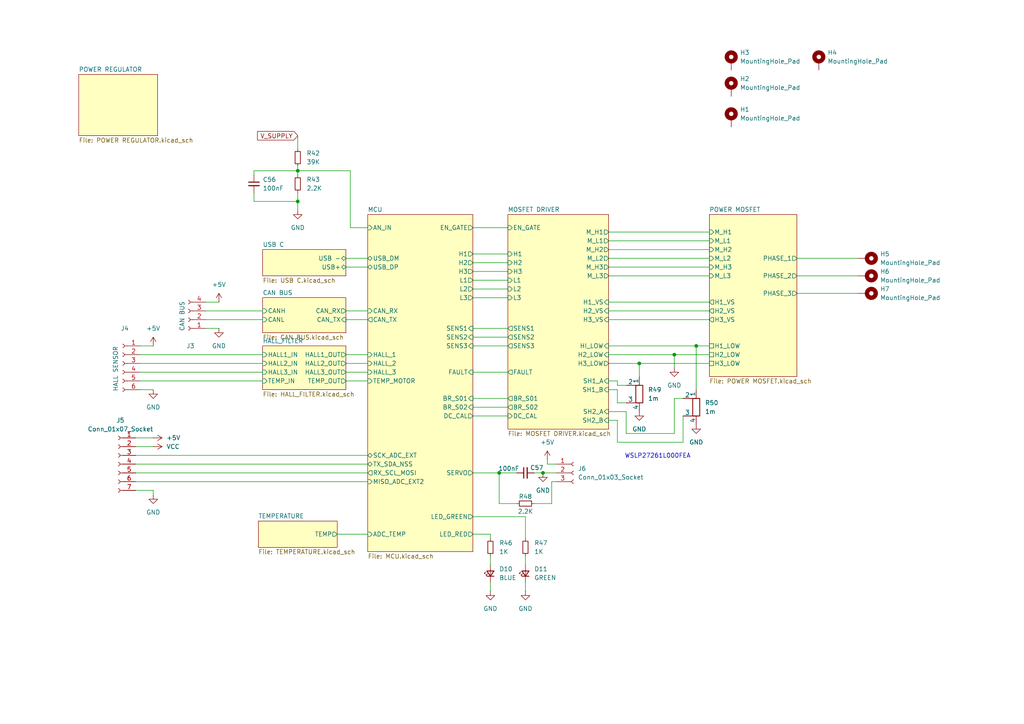
<source format=kicad_sch>
(kicad_sch (version 20231120) (generator "eeschema") (generator_version "8.0")
  (paper "A4")
  (lib_symbols
    (symbol "Connector:Conn_01x03_Socket" (pin_names (offset 1.016) hide)
      (property "Reference" "J" (at 0 5.08 0))
      (property "Value" "Conn_01x03_Socket" (at 0 -5.08 0))
      (symbol "Conn_01x03_Socket_1_1"
        (arc (start 0 -2.032) (mid -0.5058 -2.54) (end 0 -3.048) (stroke (width 0.1524)))
        (polyline (pts (xy -1.27 -2.54) (xy -0.508 -2.54)) (stroke (width 0.1524)))
        (polyline (pts (xy -1.27 0) (xy -0.508 0)) (stroke (width 0.1524)))
        (polyline (pts (xy -1.27 2.54) (xy -0.508 2.54)) (stroke (width 0.1524)))
        (arc (start 0 0.508) (mid -0.5058 0) (end 0 -0.508) (stroke (width 0.1524)))
        (arc (start 0 3.048) (mid -0.5058 2.54) (end 0 2.032) (stroke (width 0.1524)))
        (pin passive line (at -5.08 2.54 0) (length 3.81) (name "Pin_1") (number "1"))
        (pin passive line (at -5.08 0 0) (length 3.81) (name "Pin_2") (number "2"))
        (pin passive line (at -5.08 -2.54 0) (length 3.81) (name "Pin_3") (number "3"))
      )
    )
    (symbol "Connector:Conn_01x04_Socket" (pin_names (offset 1.016) hide)
      (property "Reference" "J" (at 0 5.08 0))
      (property "Value" "Conn_01x04_Socket" (at 0 -7.62 0))
      (symbol "Conn_01x04_Socket_1_1"
        (arc (start 0 -4.572) (mid -0.5058 -5.08) (end 0 -5.588) (stroke (width 0.1524)))
        (arc (start 0 -2.032) (mid -0.5058 -2.54) (end 0 -3.048) (stroke (width 0.1524)))
        (polyline (pts (xy -1.27 -5.08) (xy -0.508 -5.08)) (stroke (width 0.1524)))
        (polyline (pts (xy -1.27 -2.54) (xy -0.508 -2.54)) (stroke (width 0.1524)))
        (polyline (pts (xy -1.27 0) (xy -0.508 0)) (stroke (width 0.1524)))
        (polyline (pts (xy -1.27 2.54) (xy -0.508 2.54)) (stroke (width 0.1524)))
        (arc (start 0 0.508) (mid -0.5058 0) (end 0 -0.508) (stroke (width 0.1524)))
        (arc (start 0 3.048) (mid -0.5058 2.54) (end 0 2.032) (stroke (width 0.1524)))
        (pin passive line (at -5.08 2.54 0) (length 3.81) (name "Pin_1") (number "1"))
        (pin passive line (at -5.08 0 0) (length 3.81) (name "Pin_2") (number "2"))
        (pin passive line (at -5.08 -2.54 0) (length 3.81) (name "Pin_3") (number "3"))
        (pin passive line (at -5.08 -5.08 0) (length 3.81) (name "Pin_4") (number "4"))
      )
    )
    (symbol "Connector:Conn_01x06_Socket" (pin_names (offset 1.016) hide)
      (property "Reference" "J" (at 0 7.62 0))
      (property "Value" "Conn_01x06_Socket" (at 0 -10.16 0))
      (symbol "Conn_01x06_Socket_1_1"
        (arc (start 0 -7.112) (mid -0.5058 -7.62) (end 0 -8.128) (stroke (width 0.1524)))
        (arc (start 0 -4.572) (mid -0.5058 -5.08) (end 0 -5.588) (stroke (width 0.1524)))
        (arc (start 0 -2.032) (mid -0.5058 -2.54) (end 0 -3.048) (stroke (width 0.1524)))
        (polyline (pts (xy -1.27 -7.62) (xy -0.508 -7.62)) (stroke (width 0.1524)))
        (polyline (pts (xy -1.27 -5.08) (xy -0.508 -5.08)) (stroke (width 0.1524)))
        (polyline (pts (xy -1.27 -2.54) (xy -0.508 -2.54)) (stroke (width 0.1524)))
        (polyline (pts (xy -1.27 0) (xy -0.508 0)) (stroke (width 0.1524)))
        (polyline (pts (xy -1.27 2.54) (xy -0.508 2.54)) (stroke (width 0.1524)))
        (polyline (pts (xy -1.27 5.08) (xy -0.508 5.08)) (stroke (width 0.1524)))
        (arc (start 0 0.508) (mid -0.5058 0) (end 0 -0.508) (stroke (width 0.1524)))
        (arc (start 0 3.048) (mid -0.5058 2.54) (end 0 2.032) (stroke (width 0.1524)))
        (arc (start 0 5.588) (mid -0.5058 5.08) (end 0 4.572) (stroke (width 0.1524)))
        (pin passive line (at -5.08 5.08 0) (length 3.81) (name "Pin_1") (number "1"))
        (pin passive line (at -5.08 2.54 0) (length 3.81) (name "Pin_2") (number "2"))
        (pin passive line (at -5.08 0 0) (length 3.81) (name "Pin_3") (number "3"))
        (pin passive line (at -5.08 -2.54 0) (length 3.81) (name "Pin_4") (number "4"))
        (pin passive line (at -5.08 -5.08 0) (length 3.81) (name "Pin_5") (number "5"))
        (pin passive line (at -5.08 -7.62 0) (length 3.81) (name "Pin_6") (number "6"))
      )
    )
    (symbol "Connector:Conn_01x07_Socket" (pin_names (offset 1.016) hide)
      (property "Reference" "J" (at 0 10.16 0))
      (property "Value" "Conn_01x07_Socket" (at 0 -10.16 0))
      (symbol "Conn_01x07_Socket_1_1"
        (arc (start 0 -7.112) (mid -0.5058 -7.62) (end 0 -8.128) (stroke (width 0.1524)))
        (arc (start 0 -4.572) (mid -0.5058 -5.08) (end 0 -5.588) (stroke (width 0.1524)))
        (arc (start 0 -2.032) (mid -0.5058 -2.54) (end 0 -3.048) (stroke (width 0.1524)))
        (polyline (pts (xy -1.27 -7.62) (xy -0.508 -7.62)) (stroke (width 0.1524)))
        (polyline (pts (xy -1.27 -5.08) (xy -0.508 -5.08)) (stroke (width 0.1524)))
        (polyline (pts (xy -1.27 -2.54) (xy -0.508 -2.54)) (stroke (width 0.1524)))
        (polyline (pts (xy -1.27 0) (xy -0.508 0)) (stroke (width 0.1524)))
        (polyline (pts (xy -1.27 2.54) (xy -0.508 2.54)) (stroke (width 0.1524)))
        (polyline (pts (xy -1.27 5.08) (xy -0.508 5.08)) (stroke (width 0.1524)))
        (polyline (pts (xy -1.27 7.62) (xy -0.508 7.62)) (stroke (width 0.1524)))
        (arc (start 0 0.508) (mid -0.5058 0) (end 0 -0.508) (stroke (width 0.1524)))
        (arc (start 0 3.048) (mid -0.5058 2.54) (end 0 2.032) (stroke (width 0.1524)))
        (arc (start 0 5.588) (mid -0.5058 5.08) (end 0 4.572) (stroke (width 0.1524)))
        (arc (start 0 8.128) (mid -0.5058 7.62) (end 0 7.112) (stroke (width 0.1524)))
        (pin passive line (at -5.08 7.62 0) (length 3.81) (name "Pin_1") (number "1"))
        (pin passive line (at -5.08 5.08 0) (length 3.81) (name "Pin_2") (number "2"))
        (pin passive line (at -5.08 2.54 0) (length 3.81) (name "Pin_3") (number "3"))
        (pin passive line (at -5.08 0 0) (length 3.81) (name "Pin_4") (number "4"))
        (pin passive line (at -5.08 -2.54 0) (length 3.81) (name "Pin_5") (number "5"))
        (pin passive line (at -5.08 -5.08 0) (length 3.81) (name "Pin_6") (number "6"))
        (pin passive line (at -5.08 -7.62 0) (length 3.81) (name "Pin_7") (number "7"))
      )
    )
    (symbol "Device:C_Small" (pin_numbers hide) (pin_names (offset 0.254) hide)
      (property "Reference" "C" (at 0.254 1.778 0))
      (property "Value" "C_Small" (at 0.254 -2.032 0))
      (symbol "C_Small_0_1"
        (polyline (pts (xy -1.524 -0.508) (xy 1.524 -0.508)) (stroke (width 0.3302)))
        (polyline (pts (xy -1.524 0.508) (xy 1.524 0.508)) (stroke (width 0.3048)))
      )
      (symbol "C_Small_1_1"
        (pin passive line (at 0 2.54 270) (length 2.032) (name "~") (number "1"))
        (pin passive line (at 0 -2.54 90) (length 2.032) (name "~") (number "2"))
      )
    )
    (symbol "Device:LED_Small" (pin_numbers hide) (pin_names (offset 0.254) hide)
      (property "Reference" "D" (at -1.27 3.175 0))
      (property "Value" "LED_Small" (at -4.445 -2.54 0))
      (symbol "LED_Small_0_1"
        (polyline (pts (xy -0.762 -1.016) (xy -0.762 1.016)) (stroke (width 0.254)))
        (polyline (pts (xy 1.016 0) (xy -0.762 0)))
        (polyline (pts (xy 0.762 -1.016) (xy -0.762 0) (xy 0.762 1.016) (xy 0.762 -1.016)) (stroke (width 0.254)))
        (polyline (pts (xy 0 0.762) (xy -0.508 1.27) (xy -0.254 1.27) (xy -0.508 1.27) (xy -0.508 1.016)))
        (polyline (pts (xy 0.508 1.27) (xy 0 1.778) (xy 0.254 1.778) (xy 0 1.778) (xy 0 1.524)))
      )
      (symbol "LED_Small_1_1"
        (pin passive line (at -2.54 0 0) (length 1.778) (name "K") (number "1"))
        (pin passive line (at 2.54 0 180) (length 1.778) (name "A") (number "2"))
      )
    )
    (symbol "Device:R_Shunt" (pin_numbers hide) (pin_names (offset 0))
      (property "Reference" "R" (at -4.445 0 90))
      (property "Value" "R_Shunt" (at -2.54 0 90))
      (symbol "R_Shunt_0_1"
        (rectangle (start -1.016 -2.54) (end 1.016 2.54) (stroke (width 0.254)))
        (polyline (pts (xy 0 -2.54) (xy 1.27 -2.54)))
        (polyline (pts (xy 1.27 2.54) (xy 0 2.54)))
      )
      (symbol "R_Shunt_1_1"
        (pin passive line (at 0 5.08 270) (length 2.54) (name "1") (number "1"))
        (pin passive line (at 3.81 2.54 180) (length 2.54) (name "2") (number "2"))
        (pin passive line (at 3.81 -2.54 180) (length 2.54) (name "3") (number "3"))
        (pin passive line (at 0 -5.08 90) (length 2.54) (name "4") (number "4"))
      )
    )
    (symbol "Device:R_Small" (pin_numbers hide) (pin_names (offset 0.254) hide)
      (property "Reference" "R" (at 0.762 0.508 0))
      (property "Value" "R_Small" (at 0.762 -1.016 0))
      (symbol "R_Small_0_1"
        (rectangle (start -0.762 1.778) (end 0.762 -1.778) (stroke (width 0.2032)))
      )
      (symbol "R_Small_1_1"
        (pin passive line (at 0 2.54 270) (length 0.762) (name "~") (number "1"))
        (pin passive line (at 0 -2.54 90) (length 0.762) (name "~") (number "2"))
      )
    )
    (symbol "Mechanical:MountingHole_Pad" (pin_numbers hide) (pin_names (offset 1.016) hide) (exclude_from_sim yes) (in_bom no)
      (property "Reference" "H" (at 0 6.35 0))
      (property "Value" "MountingHole_Pad" (at 0 4.445 0))
      (symbol "MountingHole_Pad_0_1"
        (circle (center 0 1.27) (radius 1.27) (stroke (width 1.27)))
      )
      (symbol "MountingHole_Pad_1_1"
        (pin input line (at 0 -2.54 90) (length 2.54) (name "1") (number "1"))
      )
    )
    (symbol "power:+5V" (power) (pin_numbers hide) (pin_names (offset 0) hide)
      (property "Value" "+5V" (at 0 3.556 0))
      (symbol "+5V_0_1"
        (polyline (pts (xy -0.762 1.27) (xy 0 2.54)))
        (polyline (pts (xy 0 0) (xy 0 2.54)))
        (polyline (pts (xy 0 2.54) (xy 0.762 1.27)))
      )
      (symbol "+5V_1_1"
        (pin power_in line (at 0 0 90) (length 0) (name "~") (number "1"))
      )
    )
    (symbol "power:GND" (power) (pin_numbers hide) (pin_names (offset 0) hide)
      (property "Value" "GND" (at 0 -3.81 0))
      (symbol "GND_0_1"
        (polyline (pts (xy 0 0) (xy 0 -1.27) (xy 1.27 -1.27) (xy 0 -2.54) (xy -1.27 -1.27) (xy 0 -1.27)))
      )
      (symbol "GND_1_1"
        (pin power_in line (at 0 0 270) (length 0) (name "~") (number "1"))
      )
    )
    (symbol "power:VCC" (power) (pin_numbers hide) (pin_names (offset 0) hide)
      (property "Value" "VCC" (at 0 3.556 0))
      (symbol "VCC_0_1"
        (polyline (pts (xy -0.762 1.27) (xy 0 2.54)))
        (polyline (pts (xy 0 0) (xy 0 2.54)))
        (polyline (pts (xy 0 2.54) (xy 0.762 1.27)))
      )
      (symbol "VCC_1_1"
        (pin power_in line (at 0 0 90) (length 0) (name "~") (number "1"))
      )
    )
  )
  (junction (at 201.93 100.33))
  (junction (at 144.78 137.16))
  (junction (at 195.58 102.87))
  (junction (at 86.36 49.53))
  (junction (at 157.48 137.16))
  (junction (at 185.42 105.41))
  (junction (at 86.36 58.42))
  (wire (pts (xy 86.36 58.42) (xy 86.36 55.88)))
  (wire (pts (xy 97.79 154.94) (xy 106.68 154.94)))
  (wire (pts (xy 39.37 134.62) (xy 106.68 134.62)))
  (wire (pts (xy 39.37 132.08) (xy 106.68 132.08)))
  (wire (pts (xy 144.78 146.05) (xy 144.78 137.16)))
  (wire (pts (xy 195.58 125.73) (xy 195.58 115.57)))
  (wire (pts (xy 176.53 74.93) (xy 205.74 74.93)))
  (wire (pts (xy 179.07 111.76) (xy 181.61 111.76)))
  (wire (pts (xy 142.24 154.94) (xy 142.24 156.21)))
  (wire (pts (xy 137.16 76.2) (xy 147.32 76.2)))
  (wire (pts (xy 86.36 58.42) (xy 86.36 60.96)))
  (wire (pts (xy 100.33 74.93) (xy 106.68 74.93)))
  (wire (pts (xy 195.58 102.87) (xy 205.74 102.87)))
  (wire (pts (xy 73.66 50.8) (xy 73.66 49.53)))
  (wire (pts (xy 161.29 134.62) (xy 158.75 134.62)))
  (wire (pts (xy 100.33 102.87) (xy 106.68 102.87)))
  (wire (pts (xy 39.37 137.16) (xy 106.68 137.16)))
  (wire (pts (xy 137.16 118.11) (xy 147.32 118.11)))
  (wire (pts (xy 137.16 149.86) (xy 152.4 149.86)))
  (wire (pts (xy 176.53 113.03) (xy 179.07 113.03)))
  (wire (pts (xy 201.93 100.33) (xy 201.93 113.03)))
  (wire (pts (xy 154.94 146.05) (xy 160.02 146.05)))
  (wire (pts (xy 231.14 80.01) (xy 248.92 80.01)))
  (wire (pts (xy 176.53 92.71) (xy 205.74 92.71)))
  (wire (pts (xy 160.02 139.7) (xy 161.29 139.7)))
  (wire (pts (xy 176.53 121.92) (xy 179.07 121.92)))
  (wire (pts (xy 73.66 49.53) (xy 86.36 49.53)))
  (wire (pts (xy 176.53 80.01) (xy 205.74 80.01)))
  (wire (pts (xy 176.53 72.39) (xy 205.74 72.39)))
  (wire (pts (xy 176.53 119.38) (xy 181.61 119.38)))
  (wire (pts (xy 176.53 105.41) (xy 185.42 105.41)))
  (wire (pts (xy 101.6 49.53) (xy 101.6 66.04)))
  (wire (pts (xy 152.4 168.91) (xy 152.4 171.45)))
  (wire (pts (xy 137.16 66.04) (xy 147.32 66.04)))
  (wire (pts (xy 137.16 78.74) (xy 147.32 78.74)))
  (wire (pts (xy 198.12 128.27) (xy 198.12 120.65)))
  (wire (pts (xy 100.33 77.47) (xy 106.68 77.47)))
  (wire (pts (xy 185.42 105.41) (xy 185.42 109.22)))
  (wire (pts (xy 142.24 161.29) (xy 142.24 163.83)))
  (wire (pts (xy 86.36 49.53) (xy 101.6 49.53)))
  (wire (pts (xy 176.53 90.17) (xy 205.74 90.17)))
  (wire (pts (xy 142.24 168.91) (xy 142.24 171.45)))
  (wire (pts (xy 137.16 107.95) (xy 147.32 107.95)))
  (wire (pts (xy 137.16 154.94) (xy 142.24 154.94)))
  (wire (pts (xy 137.16 115.57) (xy 147.32 115.57)))
  (wire (pts (xy 137.16 137.16) (xy 144.78 137.16)))
  (wire (pts (xy 185.42 105.41) (xy 205.74 105.41)))
  (wire (pts (xy 40.64 113.03) (xy 44.45 113.03)))
  (wire (pts (xy 59.69 95.25) (xy 63.5 95.25)))
  (wire (pts (xy 137.16 100.33) (xy 147.32 100.33)))
  (wire (pts (xy 40.64 110.49) (xy 76.2 110.49)))
  (wire (pts (xy 40.64 105.41) (xy 76.2 105.41)))
  (wire (pts (xy 59.69 92.71) (xy 76.2 92.71)))
  (wire (pts (xy 157.48 137.16) (xy 161.29 137.16)))
  (wire (pts (xy 137.16 86.36) (xy 147.32 86.36)))
  (wire (pts (xy 176.53 77.47) (xy 205.74 77.47)))
  (wire (pts (xy 231.14 85.09) (xy 248.92 85.09)))
  (wire (pts (xy 176.53 110.49) (xy 179.07 110.49)))
  (wire (pts (xy 59.69 87.63) (xy 63.5 87.63)))
  (wire (pts (xy 179.07 110.49) (xy 179.07 111.76)))
  (wire (pts (xy 101.6 66.04) (xy 106.68 66.04)))
  (wire (pts (xy 179.07 128.27) (xy 198.12 128.27)))
  (wire (pts (xy 86.36 39.37) (xy 86.36 43.18)))
  (wire (pts (xy 160.02 146.05) (xy 160.02 139.7)))
  (wire (pts (xy 73.66 55.88) (xy 73.66 58.42)))
  (wire (pts (xy 39.37 127) (xy 44.45 127)))
  (wire (pts (xy 137.16 120.65) (xy 147.32 120.65)))
  (wire (pts (xy 86.36 48.26) (xy 86.36 49.53)))
  (wire (pts (xy 181.61 125.73) (xy 195.58 125.73)))
  (wire (pts (xy 40.64 100.33) (xy 44.45 100.33)))
  (wire (pts (xy 176.53 69.85) (xy 205.74 69.85)))
  (wire (pts (xy 179.07 116.84) (xy 181.61 116.84)))
  (wire (pts (xy 40.64 107.95) (xy 76.2 107.95)))
  (wire (pts (xy 137.16 81.28) (xy 147.32 81.28)))
  (wire (pts (xy 73.66 58.42) (xy 86.36 58.42)))
  (wire (pts (xy 201.93 100.33) (xy 205.74 100.33)))
  (wire (pts (xy 100.33 107.95) (xy 106.68 107.95)))
  (wire (pts (xy 154.94 137.16) (xy 157.48 137.16)))
  (wire (pts (xy 137.16 73.66) (xy 147.32 73.66)))
  (wire (pts (xy 176.53 87.63) (xy 205.74 87.63)))
  (wire (pts (xy 100.33 92.71) (xy 106.68 92.71)))
  (wire (pts (xy 137.16 95.25) (xy 147.32 95.25)))
  (wire (pts (xy 40.64 102.87) (xy 76.2 102.87)))
  (wire (pts (xy 137.16 83.82) (xy 147.32 83.82)))
  (wire (pts (xy 149.86 146.05) (xy 144.78 146.05)))
  (wire (pts (xy 231.14 74.93) (xy 248.92 74.93)))
  (wire (pts (xy 100.33 110.49) (xy 106.68 110.49)))
  (wire (pts (xy 179.07 121.92) (xy 179.07 128.27)))
  (wire (pts (xy 39.37 139.7) (xy 106.68 139.7)))
  (wire (pts (xy 195.58 115.57) (xy 198.12 115.57)))
  (wire (pts (xy 59.69 90.17) (xy 76.2 90.17)))
  (wire (pts (xy 137.16 97.79) (xy 147.32 97.79)))
  (wire (pts (xy 152.4 149.86) (xy 152.4 156.21)))
  (wire (pts (xy 195.58 102.87) (xy 195.58 106.68)))
  (wire (pts (xy 176.53 102.87) (xy 195.58 102.87)))
  (wire (pts (xy 181.61 119.38) (xy 181.61 125.73)))
  (wire (pts (xy 100.33 105.41) (xy 106.68 105.41)))
  (wire (pts (xy 144.78 137.16) (xy 149.86 137.16)))
  (wire (pts (xy 100.33 90.17) (xy 106.68 90.17)))
  (wire (pts (xy 39.37 142.24) (xy 44.45 142.24)))
  (wire (pts (xy 158.75 134.62) (xy 158.75 133.35)))
  (wire (pts (xy 176.53 67.31) (xy 205.74 67.31)))
  (wire (pts (xy 179.07 113.03) (xy 179.07 116.84)))
  (wire (pts (xy 86.36 49.53) (xy 86.36 50.8)))
  (wire (pts (xy 44.45 142.24) (xy 44.45 143.51)))
  (wire (pts (xy 152.4 161.29) (xy 152.4 163.83)))
  (wire (pts (xy 176.53 100.33) (xy 201.93 100.33)))
  (wire (pts (xy 39.37 129.54) (xy 44.45 129.54)))
  (text "WSLP27261L000FEA" (at 190.754 132.334 0) (effects (font (size 1.27 1.27))))
  (global_label "V_SUPPLY" (shape input) (at 86.36 39.37 180) (property "Intersheetrefs" "${INTERSHEET_REFS}" (effects (hide yes))))
  (symbol (lib_id "Mechanical:MountingHole_Pad") (at 237.49 17.78 0) (unit 1) (exclude_from_sim yes) (in_bom no)
    (property "Reference" "H4" (at 240.03 15.2399 0) (effects (justify left)))
    (property "Value" "MountingHole_Pad" (at 240.03 17.7799 0) (effects (justify left)))
    (property "Footprint" "MountingHole:MountingHole_3.2mm_M3_Pad" (effects (hide yes)))
    (property "Description" "Mounting Hole with connection" (effects (hide yes)))
  )
  (symbol (lib_id "Connector:Conn_01x07_Socket") (at 34.29 134.62 0) (mirror y) (unit 1)
    (property "Reference" "J5" (at 34.925 121.92 0))
    (property "Value" "Conn_01x07_Socket" (at 34.925 124.46 0))
    (property "Footprint" "Connector_JST:JST_XH_B7B-XH-AM_1x07_P2.50mm_Vertical" (effects (hide yes)))
    (property "Description" "Generic connector, single row, 01x07, script generated" (effects (hide yes)))
  )
  (symbol (lib_id "power:GND") (at 86.36 60.96 0) (unit 1)
    (property "Reference" "#PWR066" (effects (hide yes)))
    (property "Value" "GND" (at 86.36 66.04 0))
    (property "Description" "Power symbol creates a global label with name \"GND\" , ground" (effects (hide yes)))
  )
  (symbol (lib_id "Device:R_Small") (at 152.4 146.05 90) (unit 1)
    (property "Reference" "R48" (at 152.4 144.018 90))
    (property "Value" "2.2K" (at 152.4 148.336 90))
    (property "Footprint" "Resistor_SMD:R_0603_1608Metric" (effects (hide yes)))
    (property "Description" "Resistor, small symbol" (effects (hide yes)))
  )
  (symbol (lib_id "power:GND") (at 195.58 106.68 0) (unit 1)
    (property "Reference" "#PWR034" (effects (hide yes)))
    (property "Value" "GND" (at 195.58 111.76 0))
    (property "Description" "Power symbol creates a global label with name \"GND\" , ground" (effects (hide yes)))
  )
  (symbol (lib_id "Device:C_Small") (at 73.66 53.34 0) (unit 1)
    (property "Reference" "C56" (at 76.2 52.0762 0) (effects (justify left)))
    (property "Value" "100nF" (at 76.2 54.6162 0) (effects (justify left)))
    (property "Footprint" "Capacitor_SMD:C_0603_1608Metric" (effects (hide yes)))
    (property "Description" "Unpolarized capacitor, small symbol" (effects (hide yes)))
  )
  (symbol (lib_id "Device:R_Small") (at 152.4 158.75 0) (unit 1)
    (property "Reference" "R47" (at 154.94 157.4799 0) (effects (justify left)))
    (property "Value" "1K" (at 154.94 160.0199 0) (effects (justify left)))
    (property "Footprint" "Resistor_SMD:R_0603_1608Metric" (effects (hide yes)))
    (property "Description" "Resistor, small symbol" (effects (hide yes)))
  )
  (symbol (lib_id "power:GND") (at 185.42 119.38 0) (unit 1)
    (property "Reference" "#PWR05" (effects (hide yes)))
    (property "Value" "GND" (at 185.42 124.46 0))
    (property "Description" "Power symbol creates a global label with name \"GND\" , ground" (effects (hide yes)))
  )
  (symbol (lib_id "power:GND") (at 44.45 143.51 0) (unit 1)
    (property "Reference" "#PWR078" (effects (hide yes)))
    (property "Value" "GND" (at 44.45 148.59 0))
    (property "Description" "Power symbol creates a global label with name \"GND\" , ground" (effects (hide yes)))
  )
  (symbol (lib_id "power:+5V") (at 44.45 100.33 0) (unit 1)
    (property "Reference" "#PWR077" (effects (hide yes)))
    (property "Value" "+5V" (at 44.45 95.25 0))
    (property "Description" "Power symbol creates a global label with name \"+5V\"" (effects (hide yes)))
  )
  (symbol (lib_id "Device:R_Shunt") (at 185.42 114.3 0) (mirror y) (unit 1)
    (property "Reference" "R49" (at 187.96 113.0299 0) (effects (justify right)))
    (property "Value" "1m" (at 187.96 115.5699 0) (effects (justify right)))
    (property "Footprint" "WSLP27261L000FEA:WSLP2726_1mOHM_VIS" (effects (hide yes)))
    (property "Description" "Shunt resistor" (effects (hide yes)))
  )
  (symbol (lib_id "Device:R_Small") (at 142.24 158.75 0) (unit 1)
    (property "Reference" "R46" (at 144.78 157.4799 0) (effects (justify left)))
    (property "Value" "1K" (at 144.78 160.0199 0) (effects (justify left)))
    (property "Footprint" "Resistor_SMD:R_0603_1608Metric" (effects (hide yes)))
    (property "Description" "Resistor, small symbol" (effects (hide yes)))
  )
  (symbol (lib_id "power:GND") (at 44.45 113.03 0) (unit 1)
    (property "Reference" "#PWR076" (effects (hide yes)))
    (property "Value" "GND" (at 44.45 118.11 0))
    (property "Description" "Power symbol creates a global label with name \"GND\" , ground" (effects (hide yes)))
  )
  (symbol (lib_id "power:+5V") (at 158.75 133.35 0) (unit 1)
    (property "Reference" "#PWR083" (effects (hide yes)))
    (property "Value" "+5V" (at 158.75 128.27 0))
    (property "Description" "Power symbol creates a global label with name \"+5V\"" (effects (hide yes)))
  )
  (symbol (lib_id "power:+5V") (at 44.45 127 270) (unit 1)
    (property "Reference" "#PWR079" (effects (hide yes)))
    (property "Value" "+5V" (at 48.26 126.9999 90) (effects (justify left)))
    (property "Description" "Power symbol creates a global label with name \"+5V\"" (effects (hide yes)))
  )
  (symbol (lib_id "Connector:Conn_01x04_Socket") (at 54.61 92.71 180) (unit 1)
    (property "Reference" "J3" (at 55.245 100.33 0))
    (property "Value" "CAN BUS" (at 52.832 91.694 90))
    (property "Footprint" "Connector_JST:JST_XH_B4B-XH-AM_1x04_P2.50mm_Vertical" (effects (hide yes)))
    (property "Description" "Generic connector, single row, 01x04, script generated" (effects (hide yes)))
  )
  (symbol (lib_id "Mechanical:MountingHole_Pad") (at 212.09 34.29 0) (unit 1) (exclude_from_sim yes) (in_bom no)
    (property "Reference" "H1" (at 214.63 31.7499 0) (effects (justify left)))
    (property "Value" "MountingHole_Pad" (at 214.63 34.2899 0) (effects (justify left)))
    (property "Footprint" "MountingHole:MountingHole_3.2mm_M3_Pad" (effects (hide yes)))
    (property "Description" "Mounting Hole with connection" (effects (hide yes)))
  )
  (symbol (lib_id "power:GND") (at 152.4 171.45 0) (unit 1)
    (property "Reference" "#PWR082" (effects (hide yes)))
    (property "Value" "GND" (at 152.4 176.53 0))
    (property "Description" "Power symbol creates a global label with name \"GND\" , ground" (effects (hide yes)))
  )
  (symbol (lib_id "Device:LED_Small") (at 152.4 166.37 90) (unit 1)
    (property "Reference" "D11" (at 154.94 165.0364 90) (effects (justify right)))
    (property "Value" "GREEN" (at 154.94 167.5764 90) (effects (justify right)))
    (property "Footprint" "LED_SMD:LED_0603_1608Metric_Pad1.05x0.95mm_HandSolder" (effects (hide yes)))
    (property "Description" "Light emitting diode, small symbol" (effects (hide yes)))
  )
  (symbol (lib_id "Mechanical:MountingHole_Pad") (at 212.09 17.78 0) (unit 1) (exclude_from_sim yes) (in_bom no)
    (property "Reference" "H3" (at 214.63 15.2399 0) (effects (justify left)))
    (property "Value" "MountingHole_Pad" (at 214.63 17.7799 0) (effects (justify left)))
    (property "Footprint" "MountingHole:MountingHole_3.2mm_M3_Pad" (effects (hide yes)))
    (property "Description" "Mounting Hole with connection" (effects (hide yes)))
  )
  (symbol (lib_id "power:GND") (at 142.24 171.45 0) (unit 1)
    (property "Reference" "#PWR081" (effects (hide yes)))
    (property "Value" "GND" (at 142.24 176.53 0))
    (property "Description" "Power symbol creates a global label with name \"GND\" , ground" (effects (hide yes)))
  )
  (symbol (lib_id "Device:R_Small") (at 86.36 53.34 0) (unit 1)
    (property "Reference" "R43" (at 88.9 52.0699 0) (effects (justify left)))
    (property "Value" "2.2K" (at 88.9 54.6099 0) (effects (justify left)))
    (property "Footprint" "Resistor_SMD:R_0603_1608Metric" (effects (hide yes)))
    (property "Description" "Resistor, small symbol" (effects (hide yes)))
  )
  (symbol (lib_id "power:GND") (at 63.5 95.25 0) (unit 1)
    (property "Reference" "#PWR074" (effects (hide yes)))
    (property "Value" "GND" (at 63.5 100.33 0))
    (property "Description" "Power symbol creates a global label with name \"GND\" , ground" (effects (hide yes)))
  )
  (symbol (lib_id "power:GND") (at 201.93 123.19 0) (unit 1)
    (property "Reference" "#PWR033" (effects (hide yes)))
    (property "Value" "GND" (at 201.93 128.27 0))
    (property "Description" "Power symbol creates a global label with name \"GND\" , ground" (effects (hide yes)))
  )
  (symbol (lib_id "Device:LED_Small") (at 142.24 166.37 90) (unit 1)
    (property "Reference" "D10" (at 144.78 165.0364 90) (effects (justify right)))
    (property "Value" "BLUE" (at 144.78 167.5764 90) (effects (justify right)))
    (property "Footprint" "LED_SMD:LED_0603_1608Metric_Pad1.05x0.95mm_HandSolder" (effects (hide yes)))
    (property "Description" "Light emitting diode, small symbol" (effects (hide yes)))
  )
  (symbol (lib_id "power:+5V") (at 63.5 87.63 0) (unit 1)
    (property "Reference" "#PWR075" (effects (hide yes)))
    (property "Value" "+5V" (at 63.5 82.55 0))
    (property "Description" "Power symbol creates a global label with name \"+5V\"" (effects (hide yes)))
  )
  (symbol (lib_id "Device:R_Shunt") (at 201.93 118.11 0) (mirror y) (unit 1)
    (property "Reference" "R50" (at 204.47 116.8399 0) (effects (justify right)))
    (property "Value" "1m" (at 204.47 119.3799 0) (effects (justify right)))
    (property "Footprint" "WSLP27261L000FEA:WSLP2726_1mOHM_VIS" (effects (hide yes)))
    (property "Description" "Shunt resistor" (effects (hide yes)))
  )
  (symbol (lib_id "Device:R_Small") (at 86.36 45.72 0) (unit 1)
    (property "Reference" "R42" (at 88.9 44.4499 0) (effects (justify left)))
    (property "Value" "39K" (at 88.9 46.9899 0) (effects (justify left)))
    (property "Footprint" "Resistor_SMD:R_0603_1608Metric" (effects (hide yes)))
    (property "Description" "Resistor, small symbol" (effects (hide yes)))
  )
  (symbol (lib_id "power:GND") (at 157.48 137.16 0) (unit 1)
    (property "Reference" "#PWR084" (effects (hide yes)))
    (property "Value" "GND" (at 157.48 142.24 0))
    (property "Description" "Power symbol creates a global label with name \"GND\" , ground" (effects (hide yes)))
  )
  (symbol (lib_id "Mechanical:MountingHole_Pad") (at 251.46 85.09 270) (unit 1) (exclude_from_sim yes) (in_bom no)
    (property "Reference" "H7" (at 255.27 83.8199 90) (effects (justify left)))
    (property "Value" "MountingHole_Pad" (at 255.27 86.3599 90) (effects (justify left)))
    (property "Footprint" "MountingHole:MountingHole_4.3mm_M4_ISO7380_Pad" (effects (hide yes)))
    (property "Description" "Mounting Hole with connection" (effects (hide yes)))
  )
  (symbol (lib_id "Connector:Conn_01x06_Socket") (at 35.56 105.41 0) (mirror y) (unit 1)
    (property "Reference" "J4" (at 36.195 95.25 0))
    (property "Value" "HALL SENSOR" (at 33.528 106.934 90))
    (property "Footprint" "Connector_JST:JST_XH_B6B-XH-AM_1x06_P2.50mm_Vertical" (effects (hide yes)))
    (property "Description" "Generic connector, single row, 01x06, script generated" (effects (hide yes)))
  )
  (symbol (lib_id "Mechanical:MountingHole_Pad") (at 251.46 80.01 270) (unit 1) (exclude_from_sim yes) (in_bom no)
    (property "Reference" "H6" (at 255.27 78.7399 90) (effects (justify left)))
    (property "Value" "MountingHole_Pad" (at 255.27 81.2799 90) (effects (justify left)))
    (property "Footprint" "MountingHole:MountingHole_4.3mm_M4_ISO7380_Pad" (effects (hide yes)))
    (property "Description" "Mounting Hole with connection" (effects (hide yes)))
  )
  (symbol (lib_id "Mechanical:MountingHole_Pad") (at 251.46 74.93 270) (unit 1) (exclude_from_sim yes) (in_bom no)
    (property "Reference" "H5" (at 255.27 73.6599 90) (effects (justify left)))
    (property "Value" "MountingHole_Pad" (at 255.27 76.1999 90) (effects (justify left)))
    (property "Footprint" "MountingHole:MountingHole_4.3mm_M4_ISO7380_Pad" (effects (hide yes)))
    (property "Description" "Mounting Hole with connection" (effects (hide yes)))
  )
  (symbol (lib_id "Device:C_Small") (at 152.4 137.16 90) (unit 1)
    (property "Reference" "C57" (at 155.702 135.636 90))
    (property "Value" "100nF" (at 147.574 135.89 90))
    (property "Footprint" "Capacitor_SMD:C_0603_1608Metric" (effects (hide yes)))
    (property "Description" "Unpolarized capacitor, small symbol" (effects (hide yes)))
  )
  (symbol (lib_id "power:VCC") (at 44.45 129.54 270) (unit 1)
    (property "Reference" "#PWR080" (effects (hide yes)))
    (property "Value" "VCC" (at 48.26 129.5399 90) (effects (justify left)))
    (property "Description" "Power symbol creates a global label with name \"VCC\"" (effects (hide yes)))
  )
  (symbol (lib_id "Mechanical:MountingHole_Pad") (at 212.09 25.4 0) (unit 1) (exclude_from_sim yes) (in_bom no)
    (property "Reference" "H2" (at 214.63 22.8599 0) (effects (justify left)))
    (property "Value" "MountingHole_Pad" (at 214.63 25.3999 0) (effects (justify left)))
    (property "Footprint" "MountingHole:MountingHole_3.2mm_M3_Pad" (effects (hide yes)))
    (property "Description" "Mounting Hole with connection" (effects (hide yes)))
  )
  (symbol (lib_id "Connector:Conn_01x03_Socket") (at 166.37 137.16 0) (unit 1)
    (property "Reference" "J6" (at 167.64 135.8899 0) (effects (justify left)))
    (property "Value" "Conn_01x03_Socket" (at 167.64 138.4299 0) (effects (justify left)))
    (property "Footprint" "Connector_JST:JST_XH_B3B-XH-AM_1x03_P2.50mm_Vertical" (effects (hide yes)))
    (property "Description" "Generic connector, single row, 01x03, script generated" (effects (hide yes)))
  )
  (sheet (at 106.68 62.23) (size 30.48 97.79) (stroke (width 0.1524)) (fill (color 255 255 194 1.0000))
    (property "Sheetname" "MCU" (at 106.68 61.5184 0) (effects (justify left bottom)))
    (property "Sheetfile" "MCU.kicad_sch" (at 106.68 160.6046 0) (effects (justify left top)))
    (pin "FAULT" input (at 137.16 107.95 0))
    (pin "EN_GATE" output (at 137.16 66.04 0))
    (pin "HALL_3" input (at 106.68 107.95 180))
    (pin "TEMP_MOTOR" input (at 106.68 110.49 180))
    (pin "LED_GREEN" output (at 137.16 149.86 0))
    (pin "LED_RED" output (at 137.16 154.94 0))
    (pin "TX_SDA_NSS" bidirectional (at 106.68 134.62 180))
    (pin "AN_IN" input (at 106.68 66.04 180))
    (pin "RX_SCL_MOSI" output (at 106.68 137.16 180))
    (pin "SENS3" input (at 137.16 100.33 0))
    (pin "SCK_ADC_EXT" bidirectional (at 106.68 132.08 180))
    (pin "ADC_TEMP" input (at 106.68 154.94 180))
    (pin "SENS2" input (at 137.16 97.79 0))
    (pin "SENS1" input (at 137.16 95.25 0))
    (pin "MISO_ADC_EXT2" input (at 106.68 139.7 180))
    (pin "USB_DP" bidirectional (at 106.68 77.47 180))
    (pin "USB_DM" bidirectional (at 106.68 74.93 180))
    (pin "H1" output (at 137.16 73.66 0))
    (pin "H3" output (at 137.16 78.74 0))
    (pin "H2" output (at 137.16 76.2 0))
    (pin "BR_S02" input (at 137.16 118.11 0))
    (pin "BR_S01" input (at 137.16 115.57 0))
    (pin "L2" output (at 137.16 83.82 0))
    (pin "L1" output (at 137.16 81.28 0))
    (pin "L3" output (at 137.16 86.36 0))
    (pin "SERVO" output (at 137.16 137.16 0))
    (pin "CAN_TX" output (at 106.68 92.71 180))
    (pin "CAN_RX" input (at 106.68 90.17 180))
    (pin "HALL_2" input (at 106.68 105.41 180))
    (pin "HALL_1" input (at 106.68 102.87 180))
    (pin "DC_CAL" output (at 137.16 120.65 0))
  )
  (sheet (at 74.93 151.13) (size 22.86 7.62) (stroke (width 0.1524)) (fill (color 255 255 194 1.0000))
    (property "Sheetname" "TEMPERATURE" (at 74.93 150.4184 0) (effects (justify left bottom)))
    (property "Sheetfile" "TEMPERATURE.kicad_sch" (at 74.93 159.3346 0) (effects (justify left top)))
    (pin "TEMP" output (at 97.79 154.94 0))
  )
  (sheet (at 76.2 100.33) (size 24.13 12.7) (stroke (width 0.1524)) (fill (color 255 255 194 1.0000))
    (property "Sheetname" "HALL_FILTER" (at 76.2 99.6184 0) (effects (justify left bottom)))
    (property "Sheetfile" "HALL_FILTER.kicad_sch" (at 76.2 113.6146 0) (effects (justify left top)))
    (pin "TEMP_OUT" output (at 100.33 110.49 0))
    (pin "TEMP_IN" input (at 76.2 110.49 180))
    (pin "HALL3_OUT" output (at 100.33 107.95 0))
    (pin "HALL2_OUT" output (at 100.33 105.41 0))
    (pin "HALL2_IN" input (at 76.2 105.41 180))
    (pin "HALL1_IN" input (at 76.2 102.87 180))
    (pin "HALL1_OUT" output (at 100.33 102.87 0))
    (pin "HALL3_IN" input (at 76.2 107.95 180))
  )
  (sheet (at 205.74 62.23) (size 25.4 46.99) (stroke (width 0.1524) (color 132 0 0 1)) (fill (color 255 255 194 1.0000))
    (property "Sheetname" "POWER MOSFET" (at 205.74 61.5184 0) (effects (justify left bottom)))
    (property "Sheetfile" "POWER MOSFET.kicad_sch" (at 205.74 109.8046 0) (effects (justify left top)))
    (pin "M_L1" input (at 205.74 69.85 180))
    (pin "H1_VS" output (at 205.74 87.63 180))
    (pin "M_H1" input (at 205.74 67.31 180))
    (pin "PHASE_1" output (at 231.14 74.93 0))
    (pin "H1_LOW" passive (at 205.74 100.33 180))
    (pin "M_H3" input (at 205.74 77.47 180))
    (pin "H3_VS" output (at 205.74 92.71 180))
    (pin "PHASE_3" output (at 231.14 85.09 0))
    (pin "M_H2" input (at 205.74 72.39 180))
    (pin "H2_VS" output (at 205.74 90.17 180))
    (pin "M_L2" input (at 205.74 74.93 180))
    (pin "PHASE_2" output (at 231.14 80.01 0))
    (pin "H3_LOW" passive (at 205.74 105.41 180))
    (pin "M_L3" input (at 205.74 80.01 180))
    (pin "H2_LOW" passive (at 205.74 102.87 180))
  )
  (sheet (at 76.2 86.36) (size 24.13 10.16) (stroke (width 0.1524)) (fill (color 255 255 194 1.0000))
    (property "Sheetname" "CAN BUS" (at 76.2 85.6484 0) (effects (justify left bottom)))
    (property "Sheetfile" "CAN BUS.kicad_sch" (at 76.2 97.1046 0) (effects (justify left top)))
    (pin "CANL" input (at 76.2 92.71 180))
    (pin "CANH" input (at 76.2 90.17 180))
    (pin "CAN_TX" input (at 100.33 92.71 0))
    (pin "CAN_RX" output (at 100.33 90.17 0))
  )
  (sheet (at 147.32 62.23) (size 29.21 62.23) (stroke (width 0.1524)) (fill (color 255 255 194 1.0000))
    (property "Sheetname" "MOSFET DRIVER" (at 147.32 61.5184 0) (effects (justify left bottom)))
    (property "Sheetfile" "MOSFET DRIVER.kicad_sch" (at 147.32 125.0446 0) (effects (justify left top)))
    (pin "SH1_B" input (at 176.53 113.03 0))
    (pin "SH2_A" input (at 176.53 119.38 0))
    (pin "SH2_B" input (at 176.53 121.92 0))
    (pin "SH1_A" input (at 176.53 110.49 0))
    (pin "H3_VS" input (at 176.53 92.71 0))
    (pin "SENS3" output (at 147.32 100.33 180))
    (pin "SENS2" output (at 147.32 97.79 180))
    (pin "H1_VS" input (at 176.53 87.63 0))
    (pin "SENS1" output (at 147.32 95.25 180))
    (pin "H2_VS" input (at 176.53 90.17 0))
    (pin "M_L1" output (at 176.53 69.85 0))
    (pin "M_H1" output (at 176.53 67.31 0))
    (pin "HI_LOW" input (at 176.53 100.33 0))
    (pin "M_H2" output (at 176.53 72.39 0))
    (pin "DC_CAL" input (at 147.32 120.65 180))
    (pin "L1" input (at 147.32 81.28 180))
    (pin "H1" input (at 147.32 73.66 180))
    (pin "EN_GATE" input (at 147.32 66.04 180))
    (pin "H2" input (at 147.32 76.2 180))
    (pin "L2" input (at 147.32 83.82 180))
    (pin "L3" input (at 147.32 86.36 180))
    (pin "H3" input (at 147.32 78.74 180))
    (pin "H3_LOW" output (at 176.53 105.41 0))
    (pin "M_L2" output (at 176.53 74.93 0))
    (pin "H2_LOW" input (at 176.53 102.87 0))
    (pin "M_H3" output (at 176.53 77.47 0))
    (pin "M_L3" output (at 176.53 80.01 0))
    (pin "FAULT" output (at 147.32 107.95 180))
    (pin "BR_S02" output (at 147.32 118.11 180))
    (pin "BR_S01" output (at 147.32 115.57 180))
  )
  (sheet (at 76.2 72.39) (size 24.13 7.62) (stroke (width 0.1524)) (fill (color 255 255 194 1.0000))
    (property "Sheetname" "USB C" (at 76.2 71.6784 0) (effects (justify left bottom)))
    (property "Sheetfile" "USB C.kicad_sch" (at 76.2 80.5946 0) (effects (justify left top)))
    (pin "USB -" bidirectional (at 100.33 74.93 0))
    (pin "USB+" bidirectional (at 100.33 77.47 0))
  )
  (sheet (at 22.86 21.59) (size 22.86 17.78) (stroke (width 0.1524)) (fill (color 255 255 194 1.0000))
    (property "Sheetname" "POWER REGULATOR" (at 22.86 20.8784 0) (effects (justify left bottom)))
    (property "Sheetfile" "POWER REGULATOR.kicad_sch" (at 22.86 39.9546 0) (effects (justify left top)))
  )
)
</source>
